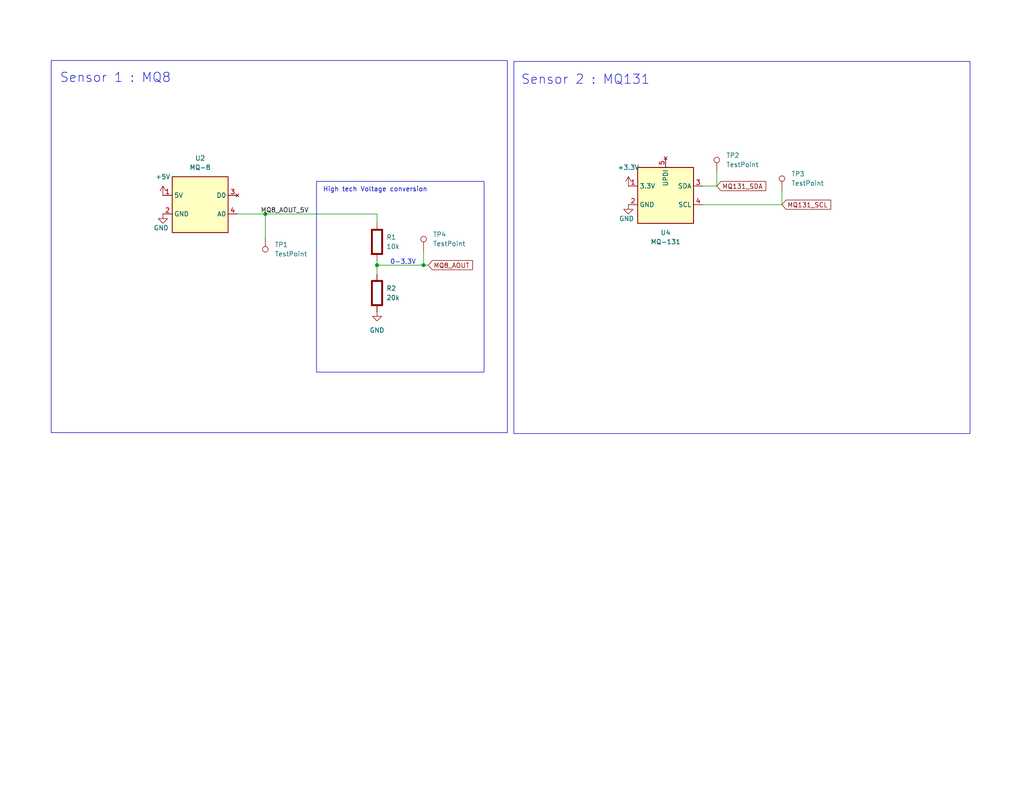
<source format=kicad_sch>
(kicad_sch (version 20250114) (generator "eeschema") (generator_version "9.0")
  (paper "USLetter")
  (lib_symbols
    (symbol "PCM_Elektuur:R" (pin_numbers (hide yes)) (pin_names (offset 0) (hide yes))
      (property "Reference" "R" (at 2.54 3.175 0))
      (property "Value" "R" (at 0 0 90))
      (symbol "R_1_1"
        (polyline (pts (xy -1.524 -3.429) (xy 1.524 -3.429) (xy 1.524 3.429) (xy -1.524 3.429) (xy -1.524 -3.429) (xy -1.27 -3.175) (xy -1.27 3.175) (xy 1.27 3.175) (xy 1.27 -3.175) (xy -1.27 -3.175) (xy -1.524 -3.429)) (stroke (width 0.254)) (fill (type outline)))
        (pin passive line (at 0 5.08 270) (length 1.651) (name "+") (number "1"))
        (pin passive line (at 0 -5.08 90) (length 1.651) (name "-") (number "2"))
      )
      (symbol "R_1_2"
        (polyline (pts (xy -0.508 -3.429) (xy 1.524 -3.429) (xy 1.524 3.429) (xy -0.508 3.429) (xy -0.508 3.175) (xy 1.27 3.175) (xy 1.27 -3.175) (xy -0.508 -3.175) (xy -0.508 -3.429)) (stroke (width 0.254)) (fill (type outline)))
        (pin passive line (at 0 5.08 270) (length 1.651) (name "+") (number "1"))
        (pin passive line (at 0 -5.08 90) (length 1.651) (name "-") (number "2"))
      )
      (symbol "R_1_3"
        (polyline (pts (xy 0 3.4798) (xy 0 3.2004) (xy 0.7112 2.794) (xy -1.1938 1.6764) (xy 0.7112 0.5588) (xy -1.1938 -0.5588) (xy 0.7112 -1.6764) (xy -1.1938 -2.794) (xy 0 -3.4798) (xy 0 -3.2004) (xy -0.7112 -2.794) (xy 1.1938 -1.6764) (xy -0.7112 -0.5588) (xy 1.1938 0.5588) (xy -0.7112 1.6764) (xy 1.1938 2.794) (xy 0 3.4798)) (stroke (width 0.254)) (fill (type outline)))
        (pin passive line (at 0 5.08 270) (length 1.6002) (name "+") (number "1"))
        (pin passive line (at 0 -5.08 90) (length 1.6002) (name "-") (number "2"))
      )
      (symbol "R_1_4"
        (polyline (pts (xy 0 4.5466) (xy 0 4.2672) (xy 0.0508 4.2418) (xy 1.016 3.683) (xy -1.524 2.2098) (xy 1.016 0.7366) (xy -1.524 -0.7366) (xy 1.016 -2.2098) (xy -1.524 -3.683) (xy -0.0762 -4.5212) (xy 0 -4.5466) (xy 0 -4.2672) (xy -0.0508 -4.2418) (xy -1.016 -3.683) (xy 1.524 -2.2098) (xy -1.016 -0.7366) (xy 1.524 0.7366) (xy -1.016 2.2098) (xy 1.524 3.683) (xy 0.0762 4.5212) (xy 0 4.5466)) (stroke (width 0.254)) (fill (type outline)))
        (pin passive line (at 0 5.08 270) (length 0.5334) (name "+") (number "1"))
        (pin passive line (at 0 -5.08 90) (length 0.5334) (name "-") (number "2"))
      )
    )
    (symbol "RoverLibrary:TestPoint" (pin_numbers (hide yes)) (pin_names (offset 0.762) (hide yes))
      (property "Reference" "TP" (at 0 6.858 0))
      (property "Value" "TestPoint" (at 0 5.08 0))
      (symbol "TestPoint_0_1"
        (circle (center 0 3.302) (radius 0.762))
      )
      (symbol "TestPoint_1_1"
        (pin passive line (at 0 0 90) (length 2.54) (name "1") (number "1"))
      )
    )
    (symbol "Rover_Lib:MQ-131_EasyC"
      (property "Reference" "U" (at -6.35 8.89 0))
      (property "Value" "MQ-131" (at 5.08 8.89 0))
      (symbol "MQ-131_EasyC_0_1"
        (rectangle (start -7.62 7.62) (end 7.62 -7.62) (stroke (width 0.254)) (fill (type background)))
      )
      (symbol "MQ-131_EasyC_1_1"
        (pin power_in line (at -10.16 2.54 0) (length 2.54) (name "3.3V") (number "1"))
        (pin power_in line (at -10.16 -2.54 0) (length 2.54) (name "GND") (number "2"))
        (pin no_connect line (at 0 10.16 270) (length 2.54) (name "UPDI") (number "5"))
        (pin passive line (at 10.16 2.54 180) (length 2.54) (name "SDA") (number "3"))
        (pin passive line (at 10.16 -2.54 180) (length 2.54) (name "SCL") (number "4"))
      )
    )
    (symbol "Rover_Lib:MQ-8"
      (property "Reference" "U2" (at 0 12.7 0))
      (property "Value" "MQ-8" (at 0 10.16 0))
      (symbol "MQ-8_0_1"
        (rectangle (start -7.62 7.62) (end 7.62 -7.62) (stroke (width 0.254)) (fill (type background)))
      )
      (symbol "MQ-8_1_1"
        (pin power_in line (at -10.16 2.54 0) (length 2.54) (name "5V") (number "1"))
        (pin power_in line (at -10.16 -2.54 0) (length 2.54) (name "GND") (number "2"))
        (pin no_connect line (at 10.16 2.54 180) (length 2.54) (name "D0") (number "3"))
        (pin passive line (at 10.16 -2.54 180) (length 2.54) (name "A0") (number "4"))
      )
    )
    (symbol "power:+3.3V" (power) (pin_numbers (hide yes)) (pin_names (offset 0) (hide yes))
      (property "Value" "+3.3V" (at 0 3.556 0))
      (symbol "+3.3V_0_1"
        (polyline (pts (xy -0.762 1.27) (xy 0 2.54)))
        (polyline (pts (xy 0 2.54) (xy 0.762 1.27)))
        (polyline (pts (xy 0 0) (xy 0 2.54)))
      )
      (symbol "+3.3V_1_1"
        (pin power_in line (at 0 0 90) (length 0) (name "~") (number "1"))
      )
    )
    (symbol "power:GND" (power) (pin_numbers (hide yes)) (pin_names (offset 0) (hide yes))
      (property "Value" "GND" (at 0 -3.81 0))
      (symbol "GND_0_1"
        (polyline (pts (xy 0 0) (xy 0 -1.27) (xy 1.27 -1.27) (xy 0 -2.54) (xy -1.27 -1.27) (xy 0 -1.27)))
      )
      (symbol "GND_1_1"
        (pin power_in line (at 0 0 270) (length 0) (name "~") (number "1"))
      )
    )
  )
  (rectangle (start 13.97 16.51) (end 138.43 118.11))
  (rectangle (start 140.208 16.764) (end 264.668 118.364))
  (rectangle (start 86.36 49.53) (end 132.08 101.6))
  (text "0-3.3V" (at 109.982 71.628 0) (effects (font (size 1.27 1.27))))
  (text "High tech Voltage conversion" (at 102.362 51.816 0) (effects (font (size 1.27 1.27))))
  (text "Sensor 1 : MQ8" (at 31.496 21.336 0) (effects (font (size 2.54 2.54))))
  (text "Sensor 2 : MQ131" (at 159.766 21.844 0) (effects (font (size 2.54 2.54))))
  (junction (at 72.39 58.42))
  (junction (at 102.87 72.39))
  (junction (at 115.57 72.39))
  (wire (pts (xy 102.87 58.42) (xy 102.87 60.96)))
  (wire (pts (xy 115.57 68.58) (xy 115.57 72.39)))
  (wire (pts (xy 72.39 58.42) (xy 72.39 64.77)))
  (wire (pts (xy 191.77 55.88) (xy 213.36 55.88)))
  (wire (pts (xy 191.77 50.8) (xy 195.58 50.8)))
  (wire (pts (xy 72.39 58.42) (xy 102.87 58.42)))
  (wire (pts (xy 213.36 52.07) (xy 213.36 55.88)))
  (wire (pts (xy 64.77 58.42) (xy 72.39 58.42)))
  (wire (pts (xy 102.87 72.39) (xy 102.87 74.93)))
  (wire (pts (xy 195.58 46.99) (xy 195.58 50.8)))
  (wire (pts (xy 102.87 72.39) (xy 115.57 72.39)))
  (wire (pts (xy 115.57 72.39) (xy 116.84 72.39)))
  (wire (pts (xy 102.87 71.12) (xy 102.87 72.39)))
  (label "MQ8_AOUT_5V" (at 71.12 58.42 0))
  (global_label "MQ131_SDA" (shape input) (at 195.58 50.8 0) (property "Intersheetrefs" "${INTERSHEET_REFS}" (effects (hide yes))))
  (global_label "MQ131_SCL" (shape input) (at 213.36 55.88 0) (property "Intersheetrefs" "${INTERSHEET_REFS}" (effects (hide yes))))
  (global_label "MQ8_AOUT" (shape input) (at 116.84 72.39 0) (property "Intersheetrefs" "${INTERSHEET_REFS}" (effects (hide yes))))
  (symbol (lib_id "RoverLibrary:TestPoint") (at 195.58 46.99 0) (unit 1)
    (property "Reference" "TP2" (at 198.12 42.4179 0) (effects (justify left)))
    (property "Value" "TestPoint" (at 198.12 44.9579 0) (effects (justify left)))
    (property "Footprint" "TestPoint:TestPoint_Plated_Hole_D2.0mm" (effects (hide yes)))
    (property "Description" "test point" (effects (hide yes)))
  )
  (symbol (lib_id "RoverLibrary:TestPoint") (at 115.57 68.58 0) (unit 1)
    (property "Reference" "TP4" (at 118.11 64.0079 0) (effects (justify left)))
    (property "Value" "TestPoint" (at 118.11 66.5479 0) (effects (justify left)))
    (property "Footprint" "TestPoint:TestPoint_Plated_Hole_D2.0mm" (effects (hide yes)))
    (property "Description" "test point" (effects (hide yes)))
  )
  (symbol (lib_id "Rover_Lib:MQ-8") (at 54.61 55.88 0) (unit 1)
    (property "Reference" "U2" (at 54.61 43.18 0))
    (property "Value" "MQ-8" (at 54.61 45.72 0))
    (property "Footprint" "Connector_JST:JST_PH_B4B-PH-SM4-TB_1x04-1MP_P2.00mm_Vertical" (effects (hide yes)))
    (property "Datasheet" "https://mm.digikey.com/Volume0/opasdata/d220001/medias/docus/5858/333108%20Hydrogen%20sensor%20MQ8%20breakout%20datasheet.pdf" (effects (hide yes)))
    (property "Description" "Gas Sensor (Hydrogen)" (effects (hide yes)))
  )
  (symbol (lib_id "power:GND") (at 102.87 85.09 0) (unit 1)
    (property "Reference" "#PWR080" (effects (hide yes)))
    (property "Value" "GND" (at 102.87 90.17 0))
    (property "Description" "Power symbol creates a global label with name \"GND\" , ground" (effects (hide yes)))
  )
  (symbol (lib_id "RoverLibrary:TestPoint") (at 72.39 64.77 180) (unit 1)
    (property "Reference" "TP1" (at 74.93 66.8019 0) (effects (justify right)))
    (property "Value" "TestPoint" (at 74.93 69.3419 0) (effects (justify right)))
    (property "Footprint" "TestPoint:TestPoint_Plated_Hole_D2.0mm" (effects (hide yes)))
    (property "Description" "test point" (effects (hide yes)))
  )
  (symbol (lib_id "PCM_Elektuur:R") (at 102.87 66.04 0) (unit 1)
    (property "Reference" "R1" (at 105.41 64.7699 0) (effects (justify left)))
    (property "Value" "10k" (at 105.41 67.3099 0) (effects (justify left)))
    (property "Footprint" "Resistor_SMD:R_0805_2012Metric_Pad1.20x1.40mm_HandSolder" (effects (hide yes)))
    (property "Description" "resistor" (effects (hide yes)))
    (property "Indicator" "+" (effects (hide yes)))
    (property "Rating" "W" (effects (hide yes)))
  )
  (symbol (lib_id "power:GND") (at 44.45 58.42 0) (unit 1)
    (property "Reference" "#PWR082" (effects (hide yes)))
    (property "Value" "GND" (at 41.91 62.23 0) (effects (justify left)))
    (property "Description" "Power symbol creates a global label with name \"GND\" , ground" (effects (hide yes)))
  )
  (symbol (lib_id "power:GND") (at 171.45 55.88 0) (unit 1)
    (property "Reference" "#PWR085" (effects (hide yes)))
    (property "Value" "GND" (at 168.91 59.69 0) (effects (justify left)))
    (property "Description" "Power symbol creates a global label with name \"GND\" , ground" (effects (hide yes)))
  )
  (symbol (lib_id "power:+3.3V") (at 44.45 53.34 0) (unit 1)
    (property "Reference" "#PWR083" (effects (hide yes)))
    (property "Value" "+5V" (at 44.45 48.26 0))
    (property "Description" "Power symbol creates a global label with name \"+3.3V\"" (effects (hide yes)))
  )
  (symbol (lib_id "power:+3.3V") (at 171.45 50.8 0) (unit 1)
    (property "Reference" "#PWR084" (effects (hide yes)))
    (property "Value" "+3.3V" (at 171.45 45.72 0))
    (property "Description" "Power symbol creates a global label with name \"+3.3V\"" (effects (hide yes)))
  )
  (symbol (lib_id "Rover_Lib:MQ-131_EasyC") (at 181.61 53.34 0) (unit 1)
    (property "Reference" "U4" (at 181.61 63.5 0))
    (property "Value" "MQ-131" (at 181.61 66.04 0))
    (property "Footprint" "Connector_JST:JST_PH_B5B-PH-SM4-TB_1x05-1MP_P2.00mm_Vertical" (effects (hide yes)))
    (property "Datasheet" "https://mm.digikey.com/Volume0/opasdata/d220001/medias/docus/5858/333124%20Ozone%20sensor%20MQ131%20breakout%20with%20easyC%20datasheet.pdf" (effects (hide yes)))
    (property "Description" "Ozone Sensor" (effects (hide yes)))
  )
  (symbol (lib_id "PCM_Elektuur:R") (at 102.87 80.01 0) (unit 1)
    (property "Reference" "R2" (at 105.41 78.7399 0) (effects (justify left)))
    (property "Value" "20k" (at 105.41 81.2799 0) (effects (justify left)))
    (property "Footprint" "Resistor_SMD:R_0805_2012Metric_Pad1.20x1.40mm_HandSolder" (effects (hide yes)))
    (property "Description" "resistor" (effects (hide yes)))
    (property "Indicator" "+" (effects (hide yes)))
    (property "Rating" "W" (effects (hide yes)))
  )
  (symbol (lib_id "RoverLibrary:TestPoint") (at 213.36 52.07 0) (unit 1)
    (property "Reference" "TP3" (at 215.9 47.4979 0) (effects (justify left)))
    (property "Value" "TestPoint" (at 215.9 50.0379 0) (effects (justify left)))
    (property "Footprint" "TestPoint:TestPoint_Plated_Hole_D2.0mm" (effects (hide yes)))
    (property "Description" "test point" (effects (hide yes)))
  )
)
</source>
